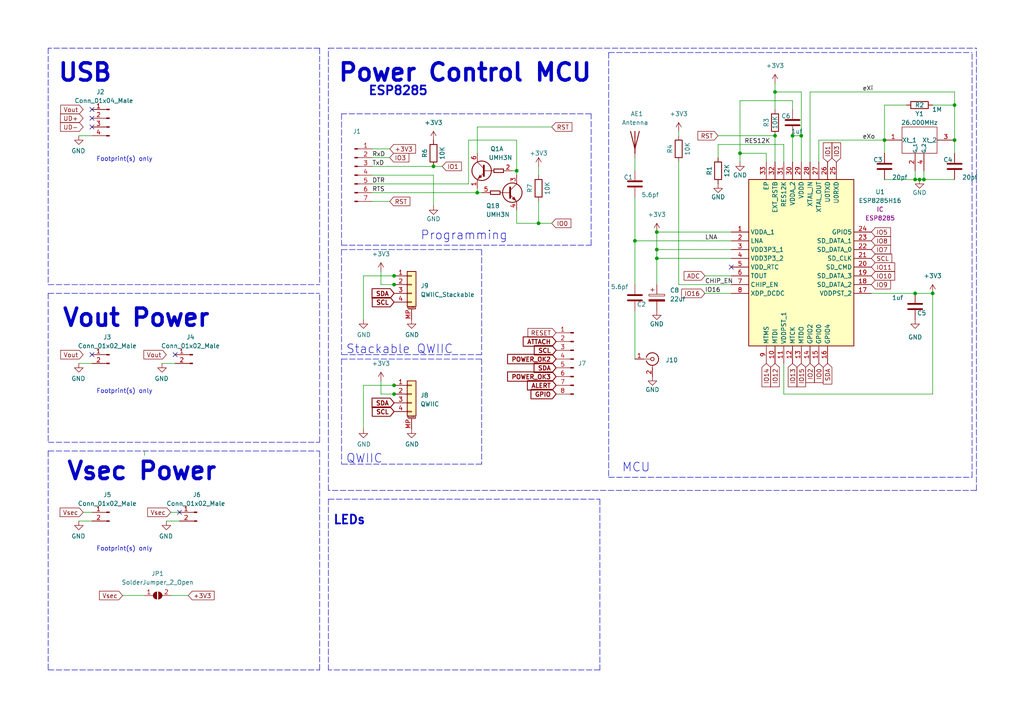
<source format=kicad_sch>
(kicad_sch (version 20211123) (generator eeschema)
  (paper "A4")
  (title_block (title "USB-C PD Controller") (rev "0.0.1") (company "The Nerd Mage") (comment 2 "Massively a WIP!"))
  (lib_symbols
    (symbol "0-TINKER Customs:ABM8-26.000MHz-20-D1X-T" (pin_names (offset 0.002))
      (property "Reference" "Y2" (at 0 8.255 0))
      (property "Value" "ABM8-26.000MHz-20-D1X-T" (at 0 6.35 0))
      (symbol "ABM8-26.000MHz-20-D1X-T_0_0"
        (pin passive line (at -10.16 0 0) (length 5.08) (name "Xt_1") (number "1"))
        (pin passive line (at -1.27 -8.89 90) (length 5.08) (name "G_1") (number "2"))
        (pin passive line (at 10.16 0 180) (length 5.08) (name "Xt_2") (number "3"))
        (pin passive line (at 1.27 -8.89 90) (length 5.08) (name "G_2") (number "4"))
      )
      (symbol "ABM8-26.000MHz-20-D1X-T_0_1"
        (polyline (pts (xy -5.08 3.81) (xy 5.08 3.81) (xy 5.08 -3.81) (xy -5.08 -3.81) (xy -5.08 3.81)) (stroke (width 0.1524)))
      )
    )
    (symbol "Connector:Conn_01x02_Male" (pin_names (offset 1.016) hide)
      (property "Reference" "J" (at 0 2.54 0))
      (property "Value" "Conn_01x02_Male" (at 0 -5.08 0))
      (symbol "Conn_01x02_Male_1_1"
        (polyline (pts (xy 1.27 -2.54) (xy 0.8636 -2.54)) (stroke (width 0.1524)))
        (polyline (pts (xy 1.27 0) (xy 0.8636 0)) (stroke (width 0.1524)))
        (rectangle (start 0.8636 -2.413) (end 0 -2.667) (stroke (width 0.1524)) (fill (type outline)))
        (rectangle (start 0.8636 0.127) (end 0 -0.127) (stroke (width 0.1524)) (fill (type outline)))
        (pin passive line (at 5.08 0 180) (length 3.81) (name "Pin_1") (number "1"))
        (pin passive line (at 5.08 -2.54 180) (length 3.81) (name "Pin_2") (number "2"))
      )
    )
    (symbol "Connector:Conn_01x04_Male" (pin_names (offset 1.016) hide)
      (property "Reference" "J" (at 0 5.08 0))
      (property "Value" "Conn_01x04_Male" (at 0 -7.62 0))
      (symbol "Conn_01x04_Male_1_1"
        (polyline (pts (xy 1.27 -5.08) (xy 0.8636 -5.08)) (stroke (width 0.1524)))
        (polyline (pts (xy 1.27 -2.54) (xy 0.8636 -2.54)) (stroke (width 0.1524)))
        (polyline (pts (xy 1.27 0) (xy 0.8636 0)) (stroke (width 0.1524)))
        (polyline (pts (xy 1.27 2.54) (xy 0.8636 2.54)) (stroke (width 0.1524)))
        (rectangle (start 0.8636 -4.953) (end 0 -5.207) (stroke (width 0.1524)) (fill (type outline)))
        (rectangle (start 0.8636 -2.413) (end 0 -2.667) (stroke (width 0.1524)) (fill (type outline)))
        (rectangle (start 0.8636 0.127) (end 0 -0.127) (stroke (width 0.1524)) (fill (type outline)))
        (rectangle (start 0.8636 2.667) (end 0 2.413) (stroke (width 0.1524)) (fill (type outline)))
        (pin passive line (at 5.08 2.54 180) (length 3.81) (name "Pin_1") (number "1"))
        (pin passive line (at 5.08 0 180) (length 3.81) (name "Pin_2") (number "2"))
        (pin passive line (at 5.08 -2.54 180) (length 3.81) (name "Pin_3") (number "3"))
        (pin passive line (at 5.08 -5.08 180) (length 3.81) (name "Pin_4") (number "4"))
      )
    )
    (symbol "Connector:Conn_01x07_Male" (pin_names (offset 1.016) hide)
      (property "Reference" "J" (at 0 10.16 0))
      (property "Value" "Conn_01x07_Male" (at 0 -10.16 0))
      (symbol "Conn_01x07_Male_1_1"
        (polyline (pts (xy 1.27 -7.62) (xy 0.8636 -7.62)) (stroke (width 0.1524)))
        (polyline (pts (xy 1.27 -5.08) (xy 0.8636 -5.08)) (stroke (width 0.1524)))
        (polyline (pts (xy 1.27 -2.54) (xy 0.8636 -2.54)) (stroke (width 0.1524)))
        (polyline (pts (xy 1.27 0) (xy 0.8636 0)) (stroke (width 0.1524)))
        (polyline (pts (xy 1.27 2.54) (xy 0.8636 2.54)) (stroke (width 0.1524)))
        (polyline (pts (xy 1.27 5.08) (xy 0.8636 5.08)) (stroke (width 0.1524)))
        (polyline (pts (xy 1.27 7.62) (xy 0.8636 7.62)) (stroke (width 0.1524)))
        (rectangle (start 0.8636 -7.493) (end 0 -7.747) (stroke (width 0.1524)) (fill (type outline)))
        (rectangle (start 0.8636 -4.953) (end 0 -5.207) (stroke (width 0.1524)) (fill (type outline)))
        (rectangle (start 0.8636 -2.413) (end 0 -2.667) (stroke (width 0.1524)) (fill (type outline)))
        (rectangle (start 0.8636 0.127) (end 0 -0.127) (stroke (width 0.1524)) (fill (type outline)))
        (rectangle (start 0.8636 2.667) (end 0 2.413) (stroke (width 0.1524)) (fill (type outline)))
        (rectangle (start 0.8636 5.207) (end 0 4.953) (stroke (width 0.1524)) (fill (type outline)))
        (rectangle (start 0.8636 7.747) (end 0 7.493) (stroke (width 0.1524)) (fill (type outline)))
        (pin passive line (at 5.08 7.62 180) (length 3.81) (name "Pin_1") (number "1"))
        (pin passive line (at 5.08 5.08 180) (length 3.81) (name "Pin_2") (number "2"))
        (pin passive line (at 5.08 2.54 180) (length 3.81) (name "Pin_3") (number "3"))
        (pin passive line (at 5.08 0 180) (length 3.81) (name "Pin_4") (number "4"))
        (pin passive line (at 5.08 -2.54 180) (length 3.81) (name "Pin_5") (number "5"))
        (pin passive line (at 5.08 -5.08 180) (length 3.81) (name "Pin_6") (number "6"))
        (pin passive line (at 5.08 -7.62 180) (length 3.81) (name "Pin_7") (number "7"))
      )
    )
    (symbol "Connector:Conn_01x08_Male" (pin_names (offset 1.016) hide)
      (property "Reference" "J" (at 0 10.16 0))
      (property "Value" "Conn_01x08_Male" (at 0 -12.7 0))
      (symbol "Conn_01x08_Male_1_1"
        (polyline (pts (xy 1.27 -10.16) (xy 0.8636 -10.16)) (stroke (width 0.1524)))
        (polyline (pts (xy 1.27 -7.62) (xy 0.8636 -7.62)) (stroke (width 0.1524)))
        (polyline (pts (xy 1.27 -5.08) (xy 0.8636 -5.08)) (stroke (width 0.1524)))
        (polyline (pts (xy 1.27 -2.54) (xy 0.8636 -2.54)) (stroke (width 0.1524)))
        (polyline (pts (xy 1.27 0) (xy 0.8636 0)) (stroke (width 0.1524)))
        (polyline (pts (xy 1.27 2.54) (xy 0.8636 2.54)) (stroke (width 0.1524)))
        (polyline (pts (xy 1.27 5.08) (xy 0.8636 5.08)) (stroke (width 0.1524)))
        (polyline (pts (xy 1.27 7.62) (xy 0.8636 7.62)) (stroke (width 0.1524)))
        (rectangle (start 0.8636 -10.033) (end 0 -10.287) (stroke (width 0.1524)) (fill (type outline)))
        (rectangle (start 0.8636 -7.493) (end 0 -7.747) (stroke (width 0.1524)) (fill (type outline)))
        (rectangle (start 0.8636 -4.953) (end 0 -5.207) (stroke (width 0.1524)) (fill (type outline)))
        (rectangle (start 0.8636 -2.413) (end 0 -2.667) (stroke (width 0.1524)) (fill (type outline)))
        (rectangle (start 0.8636 0.127) (end 0 -0.127) (stroke (width 0.1524)) (fill (type outline)))
        (rectangle (start 0.8636 2.667) (end 0 2.413) (stroke (width 0.1524)) (fill (type outline)))
        (rectangle (start 0.8636 5.207) (end 0 4.953) (stroke (width 0.1524)) (fill (type outline)))
        (rectangle (start 0.8636 7.747) (end 0 7.493) (stroke (width 0.1524)) (fill (type outline)))
        (pin passive line (at 5.08 7.62 180) (length 3.81) (name "Pin_1") (number "1"))
        (pin passive line (at 5.08 5.08 180) (length 3.81) (name "Pin_2") (number "2"))
        (pin passive line (at 5.08 2.54 180) (length 3.81) (name "Pin_3") (number "3"))
        (pin passive line (at 5.08 0 180) (length 3.81) (name "Pin_4") (number "4"))
        (pin passive line (at 5.08 -2.54 180) (length 3.81) (name "Pin_5") (number "5"))
        (pin passive line (at 5.08 -5.08 180) (length 3.81) (name "Pin_6") (number "6"))
        (pin passive line (at 5.08 -7.62 180) (length 3.81) (name "Pin_7") (number "7"))
        (pin passive line (at 5.08 -10.16 180) (length 3.81) (name "Pin_8") (number "8"))
      )
    )
    (symbol "Connector:Conn_Coaxial" (pin_names (offset 1.016) hide)
      (property "Reference" "J" (at 0.254 3.048 0))
      (property "Value" "Conn_Coaxial" (at 2.921 0 90))
      (symbol "Conn_Coaxial_0_1"
        (arc (start -1.778 -0.508) (mid 0.222 -1.808) (end 1.778 0) (stroke (width 0.254)))
        (polyline (pts (xy -2.54 0) (xy -0.508 0)))
        (polyline (pts (xy 0 -2.54) (xy 0 -1.778)))
        (circle (center 0 0) (radius 0.508) (stroke (width 0.2032)))
        (arc (start 1.778 0) (mid 0.2221 1.8083) (end -1.778 0.508) (stroke (width 0.254)))
      )
      (symbol "Conn_Coaxial_1_1"
        (pin passive line (at -5.08 0 0) (length 2.54) (name "In") (number "1"))
        (pin passive line (at 0 -5.08 90) (length 2.54) (name "Ext") (number "2"))
      )
    )
    (symbol "Connector_QWIIC_Stackable:QWIIC_Stackable" (pin_names (offset 1.016) hide)
      (property "Reference" "J" (at 0 5.08 0))
      (property "Value" "QWIIC_Stackable" (at 1.27 -7.62 0))
      (symbol "QWIIC_Stackable_1_1"
        (rectangle (start -1.27 -4.953) (end 0 -5.207) (stroke (width 0.1524)))
        (rectangle (start -1.27 -2.413) (end 0 -2.667) (stroke (width 0.1524)))
        (rectangle (start -1.27 0.127) (end 0 -0.127) (stroke (width 0.1524)))
        (rectangle (start -1.27 2.667) (end 0 2.413) (stroke (width 0.1524)))
        (rectangle (start -1.27 3.81) (end 1.27 -6.35) (stroke (width 0.254)) (fill (type background)))
        (polyline (pts (xy -1.016 -7.112) (xy 1.016 -7.112)) (stroke (width 0.1524)))
        (text "Mounting" (at 0 -6.731 0) (effects (font (size 0.381 0.381))))
        (pin passive line (at -5.08 2.54 0) (length 3.81) (name "Pin_1") (number "1"))
        (pin passive line (at -5.08 0 0) (length 3.81) (name "Pin_2") (number "2"))
        (pin passive line (at -5.08 -2.54 0) (length 3.81) (name "Pin_3") (number "3"))
        (pin passive line (at -5.08 -5.08 0) (length 3.81) (name "Pin_4") (number "4"))
        (pin passive line (at 0 -10.16 90) (length 3.048) (name "MountPin") (number "MP"))
      )
    )
    (symbol "Device:C" (pin_numbers hide) (pin_names (offset 0.254))
      (property "Reference" "C" (at 0.635 2.54 0))
      (property "Value" "C" (at 0.635 -2.54 0))
      (symbol "C_0_1"
        (polyline (pts (xy -2.032 -0.762) (xy 2.032 -0.762)) (stroke (width 0.508)))
        (polyline (pts (xy -2.032 0.762) (xy 2.032 0.762)) (stroke (width 0.508)))
      )
      (symbol "C_1_1"
        (pin passive line (at 0 3.81 270) (length 2.794) (name "~") (number "1"))
        (pin passive line (at 0 -3.81 90) (length 2.794) (name "~") (number "2"))
      )
    )
    (symbol "Device:C_Polarized" (pin_numbers hide) (pin_names (offset 0.254))
      (property "Reference" "C" (at 0.635 2.54 0))
      (property "Value" "C_Polarized" (at 0.635 -2.54 0))
      (symbol "C_Polarized_0_1"
        (rectangle (start -2.286 0.508) (end 2.286 1.016))
        (polyline (pts (xy -1.778 2.286) (xy -0.762 2.286)))
        (polyline (pts (xy -1.27 2.794) (xy -1.27 1.778)))
        (rectangle (start 2.286 -0.508) (end -2.286 -1.016) (fill (type outline)))
      )
      (symbol "C_Polarized_1_1"
        (pin passive line (at 0 3.81 270) (length 2.794) (name "~") (number "1"))
        (pin passive line (at 0 -3.81 90) (length 2.794) (name "~") (number "2"))
      )
    )
    (symbol "Device:R" (pin_numbers hide) (pin_names (offset 0))
      (property "Reference" "R" (at 2.032 0 90))
      (property "Value" "R" (at 0 0 90))
      (symbol "R_0_1"
        (rectangle (start -1.016 -2.54) (end 1.016 2.54) (stroke (width 0.254)))
      )
      (symbol "R_1_1"
        (pin passive line (at 0 3.81 270) (length 1.27) (name "~") (number "1"))
        (pin passive line (at 0 -3.81 90) (length 1.27) (name "~") (number "2"))
      )
    )
    (symbol "ESP8285:ESP8285"
      (property "Value" "ESP8285" (at 0 0 0))
      (property "Reference_1" "IC" (at 36.83 20.32 0))
      (property "Value_1" "ESP8285" (at 36.83 17.78 0))
      (symbol "ESP8285_1_1"
        (rectangle (start 5.08 15.24) (end 35.56 -33.02) (stroke (width 0.254)) (fill (type background)))
        (pin passive line (at 0 0 0) (length 5.08) (name "VDDA_1") (number "1"))
        (pin passive line (at 12.7 -38.1 90) (length 5.08) (name "MTDI") (number "10"))
        (pin passive line (at 15.24 -38.1 90) (length 5.08) (name "VDDPST_1") (number "11"))
        (pin passive line (at 17.78 -38.1 90) (length 5.08) (name "MTCK") (number "12"))
        (pin passive line (at 20.32 -38.1 90) (length 5.08) (name "MTDO") (number "13"))
        (pin passive line (at 22.86 -38.1 90) (length 5.08) (name "GPIO2") (number "14"))
        (pin passive line (at 25.4 -38.1 90) (length 5.08) (name "GPIO0") (number "15"))
        (pin passive line (at 27.94 -38.1 90) (length 5.08) (name "GPIO4") (number "16"))
        (pin passive line (at 40.64 -17.78 180) (length 5.08) (name "VDDPST_2") (number "17"))
        (pin passive line (at 40.64 -15.24 180) (length 5.08) (name "SD_DATA_2") (number "18"))
        (pin passive line (at 40.64 -12.7 180) (length 5.08) (name "SD_DATA_3") (number "19"))
        (pin passive line (at 0 -2.54 0) (length 5.08) (name "LNA") (number "2"))
        (pin passive line (at 40.64 -10.16 180) (length 5.08) (name "SD_CMD") (number "20"))
        (pin passive line (at 40.64 -7.62 180) (length 5.08) (name "SD_CLK") (number "21"))
        (pin passive line (at 40.64 -5.08 180) (length 5.08) (name "SD_DATA_0") (number "22"))
        (pin passive line (at 40.64 -2.54 180) (length 5.08) (name "SD_DATA_1") (number "23"))
        (pin passive line (at 40.64 0 180) (length 5.08) (name "GPIO5") (number "24"))
        (pin passive line (at 30.48 20.32 270) (length 5.08) (name "U0RXD") (number "25"))
        (pin passive line (at 27.94 20.32 270) (length 5.08) (name "U0TXD") (number "26"))
        (pin passive line (at 25.4 20.32 270) (length 5.08) (name "XTAL_OUT") (number "27"))
        (pin passive line (at 22.86 20.32 270) (length 5.08) (name "XTAL_IN") (number "28"))
        (pin passive line (at 20.32 20.32 270) (length 5.08) (name "VDDD") (number "29"))
        (pin passive line (at 0 -5.08 0) (length 5.08) (name "VDD3P3_1") (number "3"))
        (pin passive line (at 17.78 20.32 270) (length 5.08) (name "VDDA_2") (number "30"))
        (pin passive line (at 15.24 20.32 270) (length 5.08) (name "RES12K") (number "31"))
        (pin passive line (at 12.7 20.32 270) (length 5.08) (name "EXT_RSTB") (number "32"))
        (pin passive line (at 10.16 20.32 270) (length 5.08) (name "EP") (number "33"))
        (pin passive line (at 0 -7.62 0) (length 5.08) (name "VDD3P3_2") (number "4"))
        (pin passive line (at 0 -10.16 0) (length 5.08) (name "VDD_RTC") (number "5"))
        (pin passive line (at 0 -12.7 0) (length 5.08) (name "TOUT") (number "6"))
        (pin passive line (at 0 -15.24 0) (length 5.08) (name "CHIP_EN") (number "7"))
        (pin passive line (at 0 -17.78 0) (length 5.08) (name "XDP_DCDC") (number "8"))
        (pin passive line (at 10.16 -38.1 90) (length 5.08) (name "MTMS") (number "9"))
      )
    )
    (symbol "Jumper:SolderJumper_2_Open" (pin_names (offset 0) hide)
      (property "Reference" "JP" (at 0 2.032 0))
      (property "Value" "SolderJumper_2_Open" (at 0 -2.54 0))
      (symbol "SolderJumper_2_Open_0_1"
        (arc (start -0.254 1.016) (mid -1.27 0) (end -0.254 -1.016))
        (arc (start -0.254 1.016) (mid -1.27 0) (end -0.254 -1.016) (fill (type outline)))
        (polyline (pts (xy -0.254 1.016) (xy -0.254 -1.016)))
        (polyline (pts (xy 0.254 1.016) (xy 0.254 -1.016)))
        (arc (start 0.254 -1.016) (mid 1.27 0) (end 0.254 1.016))
        (arc (start 0.254 -1.016) (mid 1.27 0) (end 0.254 1.016) (fill (type outline)))
      )
      (symbol "SolderJumper_2_Open_1_1"
        (pin passive line (at -3.81 0 0) (length 2.54) (name "A") (number "1"))
        (pin passive line (at 3.81 0 180) (length 2.54) (name "B") (number "2"))
      )
    )
    (symbol "TINKER Customs:Antenna" (pin_numbers hide) (pin_names (offset 1.016) hide)
      (property "Reference" "AE1" (at 2.54 0.6351 0))
      (property "Value" "Antenna" (at 2.54 -1.9049 0))
      (symbol "Antenna_0_1"
        (polyline (pts (xy 0 2.54) (xy 0 -3.81)) (stroke (width 0.254)))
        (polyline (pts (xy 1.27 2.54) (xy 0 -2.54) (xy -1.27 2.54)) (stroke (width 0.254)))
      )
      (symbol "Antenna_1_1"
        (pin input line (at 0 -5.08 90) (length 2.54) (name "A") (number "1"))
      )
    )
    (symbol "Transistor_BJT:UMH3N" (pin_names hide)
      (property "Reference" "Q" (at 7.62 1.27 0))
      (property "Value" "UMH3N" (at 7.62 -1.27 0))
      (symbol "UMH3N_0_1"
        (polyline (pts (xy 3.175 0) (xy 0.254 0)))
        (polyline (pts (xy 3.175 0.635) (xy 5.08 2.54)))
        (polyline (pts (xy 3.175 1.524) (xy 3.175 -1.524)) (stroke (width 0.508)))
        (polyline (pts (xy 3.175 -0.635) (xy 5.08 -2.54) (xy 5.08 -2.54)))
        (polyline (pts (xy 3.81 -1.778) (xy 4.318 -1.27) (xy 4.826 -2.286) (xy 3.81 -1.778) (xy 3.81 -1.778)) (fill (type outline)))
        (rectangle (start 0.254 0.508) (end -2.54 -0.508) (stroke (width 0.254)))
        (circle (center 3.81 0) (radius 2.8194) (stroke (width 0.254)))
      )
      (symbol "UMH3N_1_1"
        (pin passive line (at 5.08 -5.08 90) (length 2.54) (name "E1") (number "1"))
        (pin input line (at -5.08 0 0) (length 2.54) (name "B1") (number "2"))
        (pin passive line (at 5.08 5.08 270) (length 2.54) (name "C1") (number "6"))
      )
      (symbol "UMH3N_2_1"
        (pin passive line (at 5.08 5.08 270) (length 2.54) (name "C2") (number "3"))
        (pin passive line (at 5.08 -5.08 90) (length 2.54) (name "E2") (number "4"))
        (pin input line (at -5.08 0 0) (length 2.54) (name "B2") (number "5"))
      )
    )
    (symbol "power:+3.3V" (power) (pin_names (offset 0))
      (property "Value" "+3.3V" (at 0 3.556 0))
      (symbol "+3.3V_0_1"
        (polyline (pts (xy -0.762 1.27) (xy 0 2.54)))
        (polyline (pts (xy 0 0) (xy 0 2.54)))
        (polyline (pts (xy 0 2.54) (xy 0.762 1.27)))
      )
      (symbol "+3.3V_1_1"
        (pin power_in line (at 0 0 90) (length 0) hide (name "+3V3") (number "1"))
      )
    )
    (symbol "power:GND" (power) (pin_names (offset 0))
      (property "Value" "GND" (at 0 -3.81 0))
      (symbol "GND_0_1"
        (polyline (pts (xy 0 0) (xy 0 -1.27) (xy 1.27 -1.27) (xy 0 -2.54) (xy -1.27 -1.27) (xy 0 -1.27)))
      )
      (symbol "GND_1_1"
        (pin power_in line (at 0 0 270) (length 0) hide (name "GND") (number "1"))
      )
    )
  )
  (junction (at 114.3 82.55))
  (junction (at 265.43 85.09))
  (junction (at 190.5 67.31))
  (junction (at 224.79 26.67))
  (junction (at 256.54 40.64))
  (junction (at 224.79 39.37))
  (junction (at 138.43 55.88))
  (junction (at 149.86 49.53))
  (junction (at 276.86 30.48))
  (junction (at 184.15 69.85))
  (junction (at 265.43 52.07))
  (junction (at 190.5 72.39))
  (junction (at 214.63 44.45))
  (junction (at 232.41 39.37))
  (junction (at 266.7 52.07))
  (junction (at 276.86 40.64))
  (junction (at 190.5 74.93))
  (junction (at 114.3 80.01))
  (junction (at 267.97 52.07))
  (junction (at 114.3 111.76))
  (junction (at 229.87 39.37))
  (junction (at 125.73 48.26))
  (junction (at 270.51 85.09))
  (junction (at 156.21 64.77))
  (junction (at 114.3 114.3))
  (no_connect (at 26.67 31.75))
  (no_connect (at 52.07 148.59))
  (no_connect (at 26.67 34.29))
  (no_connect (at 50.8 102.87))
  (no_connect (at 26.67 36.83))
  (no_connect (at 212.09 77.47))
  (no_connect (at 26.67 102.87))
  (wire (pts (xy 114.3 114.3) (xy 114.2451 114.3184)))
  (wire (pts (xy 256.54 30.48) (xy 256.54 40.64)))
  (wire (pts (xy 107.95 53.34) (xy 135.89 53.34)))
  (wire (pts (xy 224.79 39.37) (xy 208.28 39.37)))
  (wire (pts (xy 107.95 48.26) (xy 125.73 48.26)))
  (wire (pts (xy 125.73 48.26) (xy 128.27 48.26)))
  (wire (pts (xy 196.85 38.1) (xy 196.85 39.37)))
  (wire (pts (xy 276.86 40.64) (xy 276.86 44.45)))
  (wire (pts (xy 114.3 82.55) (xy 110.49 82.55)))
  (wire (pts (xy 35.56 172.72) (xy 41.91 172.72)))
  (wire (pts (xy 222.25 44.45) (xy 214.63 44.45)))
  (polyline (pts (xy 95.25 144.78) (xy 173.99 144.78)))
  (polyline (pts (xy 92.71 13.97) (xy 92.71 82.55)))
  (wire (pts (xy 149.86 64.77) (xy 149.86 60.96)))
  (polyline (pts (xy 176.53 138.43) (xy 281.94 138.43)))
  (wire (pts (xy 114.3 82.55) (xy 114.2451 82.5684)))
  (wire (pts (xy 266.7 52.07) (xy 267.97 52.07)))
  (wire (pts (xy 237.49 40.64) (xy 256.54 40.64)))
  (polyline (pts (xy 92.71 13.97) (xy 13.97 13.97)))
  (polyline (pts (xy 13.97 128.27) (xy 92.71 128.27)))
  (polyline (pts (xy 95.25 144.78) (xy 95.25 194.31)))
  (wire (pts (xy 276.86 30.48) (xy 276.86 40.64)))
  (wire (pts (xy 222.25 46.99) (xy 222.25 44.45)))
  (polyline (pts (xy 99.06 104.14) (xy 99.06 134.62)))
  (wire (pts (xy 232.41 26.67) (xy 224.79 26.67)))
  (wire (pts (xy 148.59 49.53) (xy 149.86 49.53)))
  (wire (pts (xy 110.49 114.3) (xy 110.49 110.49)))
  (polyline (pts (xy 92.71 128.27) (xy 92.71 85.09)))
  (wire (pts (xy 138.43 55.88) (xy 139.7 55.88)))
  (wire (pts (xy 156.21 48.26) (xy 156.21 50.8)))
  (wire (pts (xy 184.15 57.15) (xy 184.15 69.85)))
  (wire (pts (xy 252.73 85.09) (xy 265.43 85.09)))
  (polyline (pts (xy 139.7 72.39) (xy 139.7 102.87)))
  (wire (pts (xy 107.95 58.42) (xy 113.03 58.42)))
  (wire (pts (xy 114.3 80.01) (xy 105.41 80.01)))
  (polyline (pts (xy 13.97 130.81) (xy 92.71 130.81)))
  (polyline (pts (xy 99.06 104.14) (xy 139.7 104.14)))
  (wire (pts (xy 270.51 114.3) (xy 270.51 85.09)))
  (wire (pts (xy 107.95 55.88) (xy 138.43 55.88)))
  (wire (pts (xy 190.5 72.39) (xy 212.09 72.39)))
  (polyline (pts (xy 13.97 85.09) (xy 13.97 128.27)))
  (wire (pts (xy 184.15 69.85) (xy 184.15 82.55)))
  (polyline (pts (xy 173.99 194.31) (xy 95.25 194.31)))
  (wire (pts (xy 184.15 45.72) (xy 184.15 49.53)))
  (polyline (pts (xy 176.53 15.24) (xy 176.53 138.43)))
  (polyline (pts (xy 281.94 138.43) (xy 281.94 15.24)))
  (wire (pts (xy 190.5 72.39) (xy 190.5 74.93)))
  (polyline (pts (xy 13.97 194.31) (xy 92.71 194.31)))
  (wire (pts (xy 138.43 54.61) (xy 138.43 55.88)))
  (wire (pts (xy 26.67 39.37) (xy 22.86 39.37)))
  (wire (pts (xy 110.49 82.55) (xy 110.49 78.74)))
  (wire (pts (xy 204.47 80.01) (xy 212.09 80.01)))
  (polyline (pts (xy 13.97 82.55) (xy 92.71 82.55)))
  (wire (pts (xy 196.85 82.55) (xy 196.85 46.99)))
  (polyline (pts (xy 171.45 33.02) (xy 99.06 33.02)))
  (wire (pts (xy 229.87 39.37) (xy 229.87 46.99)))
  (polyline (pts (xy 95.25 142.24) (xy 95.25 13.97)))
  (polyline (pts (xy 92.71 194.31) (xy 92.71 130.81)))
  (wire (pts (xy 135.89 53.34) (xy 135.89 40.64)))
  (wire (pts (xy 184.15 90.17) (xy 184.15 104.14)))
  (wire (pts (xy 107.95 43.18) (xy 113.03 43.18)))
  (wire (pts (xy 156.21 58.42) (xy 156.21 64.77)))
  (polyline (pts (xy 13.97 130.81) (xy 13.97 194.31)))
  (wire (pts (xy 149.86 40.64) (xy 149.86 49.53)))
  (wire (pts (xy 256.54 40.64) (xy 256.54 44.45)))
  (wire (pts (xy 224.79 46.99) (xy 224.79 39.37)))
  (wire (pts (xy 190.5 67.31) (xy 212.09 67.31)))
  (polyline (pts (xy 95.25 13.97) (xy 283.21 13.97)))
  (wire (pts (xy 265.43 85.09) (xy 270.51 85.09)))
  (polyline (pts (xy 283.21 142.24) (xy 95.25 142.24)))
  (polyline (pts (xy 99.06 72.39) (xy 139.7 72.39)))
  (polyline (pts (xy 13.97 13.97) (xy 13.97 82.55)))
  (polyline (pts (xy 99.06 71.12) (xy 171.45 71.12)))
  (wire (pts (xy 232.41 46.99) (xy 232.41 39.37)))
  (wire (pts (xy 224.79 26.67) (xy 224.79 24.13)))
  (wire (pts (xy 26.67 105.41) (xy 22.86 105.41)))
  (wire (pts (xy 276.86 26.67) (xy 234.95 26.67)))
  (wire (pts (xy 149.86 49.53) (xy 149.86 50.8)))
  (wire (pts (xy 265.43 52.07) (xy 266.7 52.07)))
  (wire (pts (xy 227.33 114.3) (xy 270.51 114.3)))
  (polyline (pts (xy 139.7 104.14) (xy 139.7 134.62)))
  (wire (pts (xy 227.33 105.41) (xy 227.33 114.3)))
  (wire (pts (xy 41.91 132.08) (xy 41.91 130.81)))
  (wire (pts (xy 107.95 50.8) (xy 125.73 50.8)))
  (polyline (pts (xy 99.06 72.39) (xy 99.06 102.87)))
  (wire (pts (xy 208.28 41.91) (xy 208.28 45.72)))
  (wire (pts (xy 149.86 64.77) (xy 156.21 64.77)))
  (wire (pts (xy 232.41 39.37) (xy 232.41 26.67)))
  (wire (pts (xy 49.53 172.72) (xy 54.61 172.72)))
  (wire (pts (xy 229.87 31.75) (xy 229.87 29.21)))
  (wire (pts (xy 256.54 30.48) (xy 262.89 30.48)))
  (wire (pts (xy 237.49 46.99) (xy 237.49 40.64)))
  (wire (pts (xy 232.41 39.37) (xy 229.87 39.37)))
  (wire (pts (xy 212.09 82.55) (xy 196.85 82.55)))
  (wire (pts (xy 276.86 30.48) (xy 276.86 26.67)))
  (polyline (pts (xy 99.06 33.02) (xy 99.06 71.12)))
  (wire (pts (xy 224.79 31.75) (xy 224.79 26.67)))
  (wire (pts (xy 267.97 49.53) (xy 267.97 52.07)))
  (wire (pts (xy 212.09 69.85) (xy 184.15 69.85)))
  (wire (pts (xy 214.63 29.21) (xy 214.63 44.45)))
  (wire (pts (xy 214.63 44.45) (xy 214.63 46.99)))
  (wire (pts (xy 49.53 148.59) (xy 52.07 148.59)))
  (wire (pts (xy 114.3 111.76) (xy 114.2451 111.7784)))
  (wire (pts (xy 229.87 29.21) (xy 214.63 29.21)))
  (wire (pts (xy 105.41 80.01) (xy 105.41 92.71)))
  (wire (pts (xy 227.33 41.91) (xy 208.28 41.91)))
  (wire (pts (xy 234.95 26.67) (xy 234.95 46.99)))
  (wire (pts (xy 114.3 111.76) (xy 105.41 111.76)))
  (wire (pts (xy 227.33 46.99) (xy 227.33 41.91)))
  (wire (pts (xy 190.5 67.31) (xy 190.5 72.39)))
  (wire (pts (xy 114.3 114.3) (xy 110.49 114.3)))
  (wire (pts (xy 190.5 74.93) (xy 212.09 74.93)))
  (wire (pts (xy 204.47 85.09) (xy 212.09 85.09)))
  (wire (pts (xy 190.5 74.93) (xy 190.5 82.55)))
  (wire (pts (xy 267.97 52.07) (xy 276.86 52.07)))
  (wire (pts (xy 156.21 64.77) (xy 160.02 64.77)))
  (wire (pts (xy 135.89 40.64) (xy 149.86 40.64)))
  (polyline (pts (xy 173.99 144.78) (xy 173.99 194.31)))
  (polyline (pts (xy 139.7 134.62) (xy 99.06 134.62)))
  (wire (pts (xy 52.07 151.13) (xy 48.26 151.13)))
  (wire (pts (xy 256.54 52.07) (xy 265.43 52.07)))
  (wire (pts (xy 125.73 50.8) (xy 125.73 59.69)))
  (wire (pts (xy 50.8 105.41) (xy 46.99 105.41)))
  (wire (pts (xy 138.43 36.83) (xy 138.43 44.45)))
  (wire (pts (xy 107.95 45.72) (xy 113.03 45.72)))
  (wire (pts (xy 114.3 80.01) (xy 114.2451 80.0284)))
  (polyline (pts (xy 283.21 142.24) (xy 283.21 13.97)))
  (polyline (pts (xy 139.7 102.87) (xy 99.06 102.87)))
  (polyline (pts (xy 13.97 85.09) (xy 92.71 85.09)))
  (polyline (pts (xy 171.45 71.12) (xy 171.45 33.02)))
  (wire (pts (xy 24.13 148.59) (xy 26.67 148.59)))
  (polyline (pts (xy 176.53 15.24) (xy 281.94 15.24)))
  (wire (pts (xy 26.67 151.13) (xy 22.86 151.13)))
  (wire (pts (xy 270.51 30.48) (xy 276.86 30.48)))
  (wire (pts (xy 265.43 49.53) (xy 265.43 52.07)))
  (wire (pts (xy 105.41 111.76) (xy 105.41 124.46)))
  (wire (pts (xy 138.43 36.83) (xy 160.02 36.83)))
  (text "Vsec Power" (at 19.05 139.7 0) (effects (font (size 5 5) (thickness 1) bold) (justify left bottom)))
  (text "Vout Power" (at 17.78 95.25 0) (effects (font (size 5 5) (thickness 1) bold) (justify left bottom)))
  (text "MCU" (at 180.34 137.16 0) (effects (font (size 2.54 2.54)) (justify left bottom)))
  (text "Footprint(s) only" (at 27.94 46.99 0) (effects (font (size 1.27 1.27)) (justify left bottom)))
  (text "Footprint(s) only" (at 27.94 160.02 0) (effects (font (size 1.27 1.27)) (justify left bottom)))
  (text "ESP8285" (at 106.68 27.94 180) (effects (font (size 2.54 2.54) (thickness 0.508) bold) (justify left bottom)))
  (text "USB" (at 16.51 24.13 0) (effects (font (size 5 5) (thickness 1) bold) (justify left bottom)))
  (text "Stackable QWIIC" (at 100.33 102.87 0) (effects (font (size 2.54 2.54)) (justify left bottom)))
  (text "QWIIC" (at 100.33 134.62 0) (effects (font (size 2.54 2.54)) (justify left bottom)))
  (text "Power Control MCU" (at 97.79 24.13 0) (effects (font (size 5 5) (thickness 1) bold) (justify left bottom)))
  (text "Programming" (at 121.92 69.85 0) (effects (font (size 2.54 2.54)) (justify left bottom)))
  (text "Footprint(s) only" (at 27.94 114.3 0) (effects (font (size 1.27 1.27)) (justify left bottom)))
  (text "LEDs" (at 96.52 152.4 180) (effects (font (size 2.54 2.54) (thickness 0.508) bold) (justify left bottom)))
  (label "RTS" (at 107.95 55.88 0))
  (label "TxD" (at 107.95 48.26 0))
  (label "LNA" (at 204.47 69.85 0))
  (label "eXo" (at 250.19 40.64 0))
  (label "CHIP_EN" (at 204.47 82.55 0))
  (label "eXi" (at 250.19 26.67 0))
  (label "RES12K" (at 215.9 41.91 0))
  (label "RxD" (at 107.95 45.72 0))
  (label "DTR" (at 107.95 53.34 0))
  (label "IO16" (at 204.47 85.09 0))
  (global_label "SCL" (shape input) (at 252.73 74.93 0) (property "Intersheet References" "${INTERSHEET_REFS}" (effects hide)))
  (global_label "IO13" (shape input) (at 229.87 105.41 270) (property "Intersheet References" "${INTERSHEET_REFS}" (effects hide)))
  (global_label "IO16" (shape input) (at 204.47 85.09 180) (property "Intersheet References" "${INTERSHEET_REFS}" (effects hide)))
  (global_label "IO15" (shape input) (at 232.41 105.41 270) (property "Intersheet References" "${INTERSHEET_REFS}" (effects hide)))
  (global_label "IO0" (shape input) (at 237.49 105.41 270) (property "Intersheet References" "${INTERSHEET_REFS}" (effects hide)))
  (global_label "GPIO" (shape input) (at 161.29 114.3 180) (effects (font (thickness 0.254) bold)) (property "Intersheet References" "${INTERSHEET_REFS}" (effects hide)))
  (global_label "Vout" (shape input) (at 24.13 31.75 180) (property "Intersheet References" "${INTERSHEET_REFS}" (effects hide)))
  (global_label "SDA" (shape input) (at 114.3 116.84 180) (effects (font bold)) (property "Intersheet References" "${INTERSHEET_REFS}" (effects hide)))
  (global_label "IO2" (shape input) (at 234.95 105.41 270) (property "Intersheet References" "${INTERSHEET_REFS}" (effects hide)))
  (global_label "IO3" (shape input) (at 242.57 46.99 90) (property "Intersheet References" "${INTERSHEET_REFS}" (effects hide)))
  (global_label "RST" (shape input) (at 113.03 58.42 0) (property "Intersheet References" "${INTERSHEET_REFS}" (effects hide)))
  (global_label "Vout" (shape input) (at 24.13 102.87 180) (property "Intersheet References" "${INTERSHEET_REFS}" (effects hide)))
  (global_label "RESET" (shape input) (at 161.29 96.52 180) (property "Intersheet References" "${INTERSHEET_REFS}" (effects hide)))
  (global_label "IO12" (shape input) (at 224.79 105.41 270) (property "Intersheet References" "${INTERSHEET_REFS}" (effects hide)))
  (global_label "Vsec" (shape input) (at 24.13 148.59 180) (property "Intersheet References" "${INTERSHEET_REFS}" (effects hide)))
  (global_label "IO7" (shape input) (at 252.73 72.39 0) (property "Intersheet References" "${INTERSHEET_REFS}" (effects hide)))
  (global_label "UD-" (shape input) (at 24.13 36.83 180) (property "Intersheet References" "${INTERSHEET_REFS}" (effects hide)))
  (global_label "Vout" (shape input) (at 48.26 102.87 180) (property "Intersheet References" "${INTERSHEET_REFS}" (effects hide)))
  (global_label "+3V3" (shape input) (at 54.61 172.72 0) (property "Intersheet References" "${INTERSHEET_REFS}" (effects hide)))
  (global_label "SDA" (shape input) (at 240.03 105.41 270) (property "Intersheet References" "${INTERSHEET_REFS}" (effects hide)))
  (global_label "IO1" (shape input) (at 128.27 48.26 0) (property "Intersheet References" "${INTERSHEET_REFS}" (effects hide)))
  (global_label "+3V3" (shape input) (at 113.03 43.18 0) (property "Intersheet References" "${INTERSHEET_REFS}" (effects hide)))
  (global_label "IO8" (shape input) (at 252.73 69.85 0) (property "Intersheet References" "${INTERSHEET_REFS}" (effects hide)))
  (global_label "IO9" (shape input) (at 252.73 82.55 0) (property "Intersheet References" "${INTERSHEET_REFS}" (effects hide)))
  (global_label "IO14" (shape input) (at 222.25 105.41 270) (property "Intersheet References" "${INTERSHEET_REFS}" (effects hide)))
  (global_label "IO0" (shape input) (at 160.02 64.77 0) (property "Intersheet References" "${INTERSHEET_REFS}" (effects hide)))
  (global_label "ADC" (shape input) (at 204.47 80.01 180) (property "Intersheet References" "${INTERSHEET_REFS}" (effects hide)))
  (global_label "Vsec" (shape input) (at 35.56 172.72 180) (property "Intersheet References" "${INTERSHEET_REFS}" (effects hide)))
  (global_label "SDA" (shape input) (at 114.3 85.09 180) (effects (font bold)) (property "Intersheet References" "${INTERSHEET_REFS}" (effects hide)))
  (global_label "SCL" (shape input) (at 114.3 119.38 180) (effects (font (thickness 0.254) bold)) (property "Intersheet References" "${INTERSHEET_REFS}" (effects hide)))
  (global_label "IO1" (shape input) (at 240.03 46.99 90) (property "Intersheet References" "${INTERSHEET_REFS}" (effects hide)))
  (global_label "IO5" (shape input) (at 252.73 67.31 0) (property "Intersheet References" "${INTERSHEET_REFS}" (effects hide)))
  (global_label "SDA" (shape input) (at 161.29 106.68 180) (effects (font bold)) (property "Intersheet References" "${INTERSHEET_REFS}" (effects hide)))
  (global_label "ALERT" (shape input) (at 161.29 111.76 180) (effects (font bold)) (property "Intersheet References" "${INTERSHEET_REFS}" (effects hide)))
  (global_label "ATTACH" (shape input) (at 161.29 99.06 180) (effects (font (thickness 0.254) bold)) (property "Intersheet References" "${INTERSHEET_REFS}" (effects hide)))
  (global_label "IO10" (shape input) (at 252.73 80.01 0) (property "Intersheet References" "${INTERSHEET_REFS}" (effects hide)))
  (global_label "SCL" (shape input) (at 114.3 87.63 180) (effects (font (thickness 0.254) bold)) (property "Intersheet References" "${INTERSHEET_REFS}" (effects hide)))
  (global_label "SCL" (shape input) (at 161.29 101.6 180) (effects (font (thickness 0.254) bold)) (property "Intersheet References" "${INTERSHEET_REFS}" (effects hide)))
  (global_label "Vsec" (shape input) (at 49.53 148.59 180) (property "Intersheet References" "${INTERSHEET_REFS}" (effects hide)))
  (global_label "IO11" (shape input) (at 252.73 77.47 0) (property "Intersheet References" "${INTERSHEET_REFS}" (effects hide)))
  (global_label "POWER_OK3" (shape input) (at 161.29 109.22 180) (effects (font (thickness 0.254) bold)) (property "Intersheet References" "${INTERSHEET_REFS}" (effects hide)))
  (global_label "IO3" (shape input) (at 113.03 45.72 0) (property "Intersheet References" "${INTERSHEET_REFS}" (effects hide)))
  (global_label "RST" (shape input) (at 208.28 39.37 180) (property "Intersheet References" "${INTERSHEET_REFS}" (effects hide)))
  (global_label "POWER_OK2" (shape input) (at 161.29 104.14 180) (effects (font (thickness 0.254) bold)) (property "Intersheet References" "${INTERSHEET_REFS}" (effects hide)))
  (global_label "UD+" (shape input) (at 24.13 34.29 180) (property "Intersheet References" "${INTERSHEET_REFS}" (effects hide)))
  (global_label "RST" (shape input) (at 160.02 36.83 0) (property "Intersheet References" "${INTERSHEET_REFS}" (effects hide)))
  (symbol (lib_id "Connector:Conn_Coaxial") (at 189.23 104.14 0) (unit 1) (in_bom no)
    (property "Reference" "J10" (at 193.04 104.4331 0) (effects (justify left)))
    (property "Value" "Conn_Coaxial" (effects hide))
    (property "Footprint" "Connector_Coaxial:U.FL_Molex_MCRF_73412-0110_Vertical" (effects hide))
    (property "Datasheet" " ~" (effects hide))
    (property "LCSC" "C88373" (effects hide))
  )
  (symbol (lib_id "power:GND") (at 105.41 124.46 0) (unit 1)
    (property "Reference" "#PWR0109" (effects hide))
    (property "Value" "GND" (at 105.537 128.8542 0))
  )
  (symbol (lib_id "Connector_QWIIC_Stackable:QWIIC_Stackable") (at 119.38 114.3 0) (unit 1)
    (property "Reference" "J8" (at 121.92 114.6555 0) (effects (justify left)))
    (property "Value" "QWIIC" (at 121.92 117.1955 0) (effects (justify left)))
    (property "Footprint" "Connector_JST:JST_SH_BM04B-SRSS-TB_1x04-1MP_P1.00mm_Vertical" (effects hide))
    (property "Vendor" "LCSC C145956, " (effects hide))
  )
  (symbol (lib_id "power:GND") (at 208.28 53.34 0) (unit 1)
    (property "Reference" "#PWR0112" (effects hide))
    (property "Value" "GND" (at 208.28 57.15 0))
  )
  (symbol (lib_id "Transistor_BJT:UMH3N") (at 143.51 49.53 0) (mirror y) (unit 1)
    (property "Reference" "Q1" (at 146.05 43.18 0) (effects (justify left)))
    (property "Value" "UMH3N" (at 148.59 45.72 0) (effects (justify left)))
    (property "Footprint" "Package_TO_SOT_SMD:SOT-363_SC-70-6" (effects hide))
    (property "Datasheet" "http://rohmfs.rohm.com/en/products/databook/datasheet/discrete/transistor/digital/emh3t2r-e.pdf" (effects hide))
    (property "LCSC" "C62892" (effects hide))
  )
  (symbol (lib_id "ESP8285:ESP8285") (at 212.09 67.31 0) (unit 1)
    (property "Reference" "U1" (at 255.27 55.6512 0))
    (property "Value" "ESP8285H16" (at 255.27 58.1912 0))
    (property "Footprint" "Tinker:QFN50P500X500X90-33N-D" (effects hide))
    (property "Reference_1" "IC" (at 255.27 60.7312 0))
    (property "Value_1" "ESP8285" (at 255.27 63.2712 0))
    (property "Footprint_1" "QFN50P500X500X90-33N-D" (effects hide))
    (property "Datasheet_1" "http://espressif.com/sites/default/files/documentation/0a-esp8285_datasheet_en.pdf" (effects hide))
    (property "Height" "0.9" (effects hide))
    (property "Manufacturer_Name" "Espressif Systems" (effects hide))
    (property "Manufacturer_Part_Number" "ESP8285" (effects hide))
    (property "LCSC" "C967019" (effects hide))
  )
  (symbol (lib_id "power:+3.3V") (at 190.5 67.31 0) (unit 1)
    (property "Reference" "#PWR0107" (effects hide))
    (property "Value" "+3.3V" (at 190.5 62.23 0))
  )
  (symbol (lib_id "Device:C") (at 276.86 48.26 180) (unit 1)
    (property "Reference" "C4" (at 274.955 46.355 0))
    (property "Value" "20pf" (at 281.305 51.435 0))
    (property "Footprint" "Capacitor_SMD:C_0603_1608Metric" (effects hide))
    (property "LCSC" "C325469" (effects hide))
  )
  (symbol (lib_id "Device:C") (at 256.54 48.26 180) (unit 1)
    (property "Reference" "C3" (at 254.635 46.355 0))
    (property "Value" "20pf" (at 260.985 51.435 0))
    (property "Footprint" "Capacitor_SMD:C_0603_1608Metric" (effects hide))
    (property "LCSC" "C325469" (effects hide))
  )
  (symbol (lib_id "Connector:Conn_01x02_Male") (at 31.75 102.87 0) (mirror y) (unit 1) (in_bom no)
    (property "Reference" "J3" (at 31.115 97.79 0))
    (property "Value" "Conn_01x02_Male" (at 31.115 100.33 0))
    (property "Footprint" "Tinker:PinHeader_1x02_P2.54mm_Vertical" (effects hide))
  )
  (symbol (lib_id "Device:R") (at 224.79 35.56 180) (unit 1)
    (property "Reference" "R3" (at 222.25 35.56 90))
    (property "Value" "10K" (at 224.79 35.56 90))
    (property "Footprint" "Resistor_SMD:R_0603_1608Metric" (effects hide))
    (property "LCSC" "C25804" (effects hide))
  )
  (symbol (lib_id "power:GND") (at 125.73 59.69 0) (unit 1)
    (property "Reference" "#PWR0118" (effects hide))
    (property "Value" "GND" (at 125.73 63.5 0))
  )
  (symbol (lib_id "Device:C") (at 229.87 35.56 180) (unit 1)
    (property "Reference" "C6" (at 227.965 33.655 0))
    (property "Value" "1uf" (at 231.14 38.1 0))
    (property "Footprint" "Capacitor_SMD:C_0603_1608Metric" (effects hide))
    (property "LCSC" "C559769" (effects hide))
  )
  (symbol (lib_id "power:GND") (at 22.86 39.37 0) (mirror y) (unit 1)
    (property "Reference" "#PWR0106" (effects hide))
    (property "Value" "GND" (at 22.733 43.7642 0))
  )
  (symbol (lib_id "power:GND") (at 189.23 109.22 0) (unit 1)
    (property "Reference" "#PWR0108" (effects hide))
    (property "Value" "GND" (at 189.23 113.03 0))
  )
  (symbol (lib_id "Connector:Conn_01x08_Male") (at 166.37 104.14 0) (mirror y) (unit 1)
    (property "Reference" "J7" (at 167.64 105.4099 0) (effects (justify right)))
    (property "Value" "Conn_01x08_Male" (effects hide))
    (property "Footprint" "Tinker:PinHeader_2x04_P1.27mm_Vertical" (effects hide))
    (property "LCSC" "C2881786 + C2684732" (effects hide))
  )
  (symbol (lib_id "power:GND") (at 266.7 52.07 0) (unit 1)
    (property "Reference" "#PWR0114" (effects hide))
    (property "Value" "GND" (at 266.7 55.88 0))
  )
  (symbol (lib_id "Device:C_Polarized") (at 190.5 86.36 0) (unit 1)
    (property "Reference" "C8" (at 194.31 84.2009 0) (effects (justify left)))
    (property "Value" "22uf" (at 194.31 86.7409 0) (effects (justify left)))
    (property "Footprint" "Tinker:CP_EIA-6032-28-Tantalumm_HandSolder" (effects hide))
    (property "Datasheet" "http://datasheets.avx.com/TAJ.pdf" (effects hide))
    (property "P/N" "TAJB226M010RNJ" (effects hide))
    (property "LCSC" "C89246" (effects hide))
  )
  (symbol (lib_id "Device:R") (at 196.85 43.18 180) (unit 1)
    (property "Reference" "R4" (at 194.31 43.18 90))
    (property "Value" "10K" (at 199.39 43.18 90))
    (property "Footprint" "Resistor_SMD:R_0603_1608Metric" (effects hide))
    (property "LCSC" "C25804" (effects hide))
  )
  (symbol (lib_id "Transistor_BJT:UMH3N") (at 144.78 55.88 0) (unit 2)
    (property "Reference" "Q1" (at 140.97 59.69 0) (effects (justify left)))
    (property "Value" "UMH3N" (at 140.97 62.23 0) (effects (justify left)))
    (property "Footprint" "Package_TO_SOT_SMD:SOT-363_SC-70-6" (effects hide))
    (property "Datasheet" "http://rohmfs.rohm.com/en/products/databook/datasheet/discrete/transistor/digital/emh3t2r-e.pdf" (effects hide))
    (property "LCSC" "C62892" (effects hide))
  )
  (symbol (lib_id "power:GND") (at 119.38 124.46 0) (unit 1)
    (property "Reference" "#PWR0110" (effects hide))
    (property "Value" "GND" (at 119.507 128.8542 0))
  )
  (symbol (lib_id "power:GND") (at 22.86 105.41 0) (mirror y) (unit 1)
    (property "Reference" "#PWR0104" (effects hide))
    (property "Value" "GND" (at 22.733 109.8042 0))
  )
  (symbol (lib_id "Device:C") (at 184.15 86.36 0) (unit 1)
    (property "Reference" "C2" (at 186.055 88.265 0))
    (property "Value" "5.6pf" (at 179.705 83.185 0))
    (property "Footprint" "Capacitor_SMD:C_0603_1608Metric" (effects hide))
    (property "LCSC" "C162238" (effects hide))
  )
  (symbol (lib_id "power:GND") (at 265.43 92.71 0) (unit 1)
    (property "Reference" "#PWR0105" (effects hide))
    (property "Value" "GND" (at 265.43 97.79 0))
  )
  (symbol (lib_id "power:GND") (at 190.5 90.17 0) (unit 1)
    (property "Reference" "#PWR0119" (effects hide))
    (property "Value" "GND" (at 190.5 93.98 0))
  )
  (symbol (lib_id "Device:R") (at 208.28 49.53 180) (unit 1)
    (property "Reference" "R1" (at 205.74 49.53 90))
    (property "Value" "12K" (at 210.82 49.53 90))
    (property "Footprint" "Resistor_SMD:R_0603_1608Metric" (effects hide))
    (property "LCSC" "C22790" (effects hide))
  )
  (symbol (lib_id "power:+3.3V") (at 156.21 48.26 0) (unit 1)
    (property "Reference" "#PWR0116" (effects hide))
    (property "Value" "+3.3V" (at 156.21 44.45 0))
  )
  (symbol (lib_id "power:+3.3V") (at 110.49 78.74 0) (unit 1)
    (property "Reference" "#PWR0115" (effects hide))
    (property "Value" "+3.3V" (at 110.49 73.66 0))
  )
  (symbol (lib_id "power:GND") (at 48.26 151.13 0) (mirror y) (unit 1)
    (property "Reference" "#PWR0101" (effects hide))
    (property "Value" "GND" (at 48.133 155.5242 0))
  )
  (symbol (lib_id "power:GND") (at 46.99 105.41 0) (mirror y) (unit 1)
    (property "Reference" "#PWR0121" (effects hide))
    (property "Value" "GND" (at 46.863 109.8042 0))
  )
  (symbol (lib_id "power:+3.3V") (at 224.79 24.13 0) (unit 1)
    (property "Reference" "#PWR0111" (effects hide))
    (property "Value" "+3.3V" (at 224.79 19.05 0))
  )
  (symbol (lib_id "Device:R") (at 266.7 30.48 90) (unit 1)
    (property "Reference" "R2" (at 266.7 30.48 90))
    (property "Value" "1M" (at 271.78 31.75 90))
    (property "Footprint" "Resistor_SMD:R_0603_1608Metric" (effects hide))
    (property "LCSC" "C22935" (effects hide))
  )
  (symbol (lib_id "power:GND") (at 22.86 151.13 0) (mirror y) (unit 1)
    (property "Reference" "#PWR0120" (effects hide))
    (property "Value" "GND" (at 22.733 155.5242 0))
  )
  (symbol (lib_id "power:+3.3V") (at 196.85 38.1 0) (unit 1)
    (property "Reference" "#PWR0103" (effects hide))
    (property "Value" "+3.3V" (at 196.85 33.02 0))
  )
  (symbol (lib_id "Device:R") (at 125.73 44.45 180) (unit 1)
    (property "Reference" "R6" (at 123.19 44.45 90))
    (property "Value" "10K" (at 128.27 44.45 90))
    (property "Footprint" "Resistor_SMD:R_0603_1608Metric" (effects hide))
    (property "LCSC" "C25804" (effects hide))
  )
  (symbol (lib_id "Jumper:SolderJumper_2_Open") (at 45.72 172.72 0) (unit 1) (in_bom no)
    (property "Reference" "JP1" (at 45.72 166.37 0))
    (property "Value" "SolderJumper_2_Open" (at 45.72 168.91 0))
    (property "Footprint" "Tinker:SolderJumper-2_P_Open_Rounded_skinny" (effects hide))
  )
  (symbol (lib_id "Device:R") (at 156.21 54.61 180) (unit 1)
    (property "Reference" "R7" (at 153.67 54.61 90))
    (property "Value" "10K" (at 158.75 54.61 90))
    (property "Footprint" "Resistor_SMD:R_0603_1608Metric" (effects hide))
    (property "LCSC" "C25804" (effects hide))
  )
  (symbol (lib_id "Connector_QWIIC_Stackable:QWIIC_Stackable") (at 119.38 82.55 0) (unit 1) (in_bom no) (on_board no)
    (property "Reference" "J9" (at 121.9749 82.9055 0) (effects (justify left)))
    (property "Value" "QWIIC_Stackable" (at 121.9749 85.4455 0) (effects (justify left)))
    (property "Footprint" "Tinker:QWIIC_Stackable" (effects hide))
    (property "Vendor" "LCSC C145956, " (effects hide))
  )
  (symbol (lib_id "Connector:Conn_01x02_Male") (at 57.15 148.59 0) (mirror y) (unit 1) (in_bom no)
    (property "Reference" "J6" (at 55.88 143.51 0) (effects (justify right)))
    (property "Value" "Conn_01x02_Male" (at 48.26 146.05 0) (effects (justify right)))
    (property "Footprint" "Tinker:PinHeader_1x02_P2.54mm_Vertical" (effects hide))
  )
  (symbol (lib_id "Connector:Conn_01x04_Male") (at 31.75 34.29 0) (mirror y) (unit 1) (in_bom no)
    (property "Reference" "J2" (at 27.94 26.67 0) (effects (justify right)))
    (property "Value" "Conn_01x04_Male" (at 21.59 29.21 0) (effects (justify right)))
    (property "Footprint" "Tinker:PinHeader_1x04_P2.54mm_Vertical" (effects hide))
  )
  (symbol (lib_id "power:+3.3V") (at 270.51 85.09 0) (unit 1)
    (property "Reference" "#PWR0102" (effects hide))
    (property "Value" "+3.3V" (at 270.51 80.01 0))
  )
  (symbol (lib_id "power:+3.3V") (at 125.73 40.64 0) (unit 1)
    (property "Reference" "#PWR0117" (effects hide))
    (property "Value" "+3.3V" (at 125.73 35.56 0))
  )
  (symbol (lib_id "Device:C") (at 265.43 88.9 0) (unit 1)
    (property "Reference" "C5" (at 267.335 90.805 0))
    (property "Value" "1uf" (at 260.35 86.36 0))
    (property "Footprint" "Capacitor_SMD:C_0603_1608Metric" (effects hide))
    (property "LCSC" "C559769" (effects hide))
  )
  (symbol (lib_id "power:GND") (at 119.38 92.71 0) (unit 1)
    (property "Reference" "#PWR0123" (effects hide))
    (property "Value" "GND" (at 119.507 97.1042 0))
  )
  (symbol (lib_id "power:+3.3V") (at 110.49 110.49 0) (unit 1)
    (property "Reference" "#PWR0113" (effects hide))
    (property "Value" "+3.3V" (at 110.49 105.41 0))
  )
  (symbol (lib_id "power:GND") (at 214.63 46.99 0) (unit 1)
    (property "Reference" "#PWR0122" (effects hide))
    (property "Value" "GND" (at 214.63 50.8 0))
  )
  (symbol (lib_id "Connector:Conn_01x02_Male") (at 55.88 102.87 0) (mirror y) (unit 1) (in_bom no)
    (property "Reference" "J4" (at 55.245 97.79 0))
    (property "Value" "Conn_01x02_Male" (at 55.245 100.33 0))
    (property "Footprint" "Tinker:PinHeader_1x02_P2.54mm_Vertical" (effects hide))
  )
  (symbol (lib_id "0-TINKER Customs:ABM8-26.000MHz-20-D1X-T") (at 266.7 40.64 0) (unit 1)
    (property "Reference" "Y1" (at 266.7 33.02 0))
    (property "Value" "26.000MHz" (at 266.7 35.56 0))
    (property "Footprint" "Tinker:ABM825000MHz10B1UT" (effects hide))
    (property "Datasheet" "https://abracon.com/Resonators/abm8.pdf" (effects hide))
    (property "Description" "CRYSTAL 25.0000MHZ 20PF SMD" (effects hide))
    (property "Height" "0.8" (effects hide))
    (property "LCSC" "C2149083" (effects hide))
  )
  (symbol (lib_id "TINKER Customs:Antenna") (at 184.15 40.64 0) (unit 1) (in_bom no) (on_board no)
    (property "Reference" "AE1" (at 182.88 33.02 0) (effects (justify left)))
    (property "Value" "Antenna" (at 180.34 35.56 0) (effects (justify left)))
    (property "Footprint" "Tinker Customs:Texas_SWRA117D_2.4GHz_Left" (effects hide))
  )
  (symbol (lib_id "power:GND") (at 105.41 92.71 0) (unit 1)
    (property "Reference" "#PWR0124" (effects hide))
    (property "Value" "GND" (at 105.537 97.1042 0))
  )
  (symbol (lib_id "Device:C") (at 184.15 53.34 180) (unit 1) (in_bom no) (on_board no)
    (property "Reference" "C1" (at 182.245 51.435 0))
    (property "Value" "5.6pf" (at 188.595 56.515 0))
    (property "Footprint" "Capacitor_SMD:C_0603_1608Metric" (effects hide))
    (property "LCSC" "C162238" (effects hide))
  )
  (symbol (lib_id "Connector:Conn_01x02_Male") (at 31.75 148.59 0) (mirror y) (unit 1) (in_bom no)
    (property "Reference" "J5" (at 31.115 143.51 0))
    (property "Value" "Conn_01x02_Male" (at 31.115 146.05 0))
    (property "Footprint" "Tinker:PinHeader_1x02_P2.54mm_Vertical" (effects hide))
  )
  (symbol (lib_id "Connector:Conn_01x07_Male") (at 102.87 50.8 0) (unit 1) (in_bom no)
    (property "Reference" "J1" (at 103.505 38.1 0))
    (property "Value" "Conn_01x07_Male" (effects hide))
    (property "Footprint" "Connector_PinHeader_2.54mm:PinHeader_1x07_P2.54mm_Vertical" (effects hide))
    (property "Note" "Footprint only" (effects hide))
  )
)
</source>
